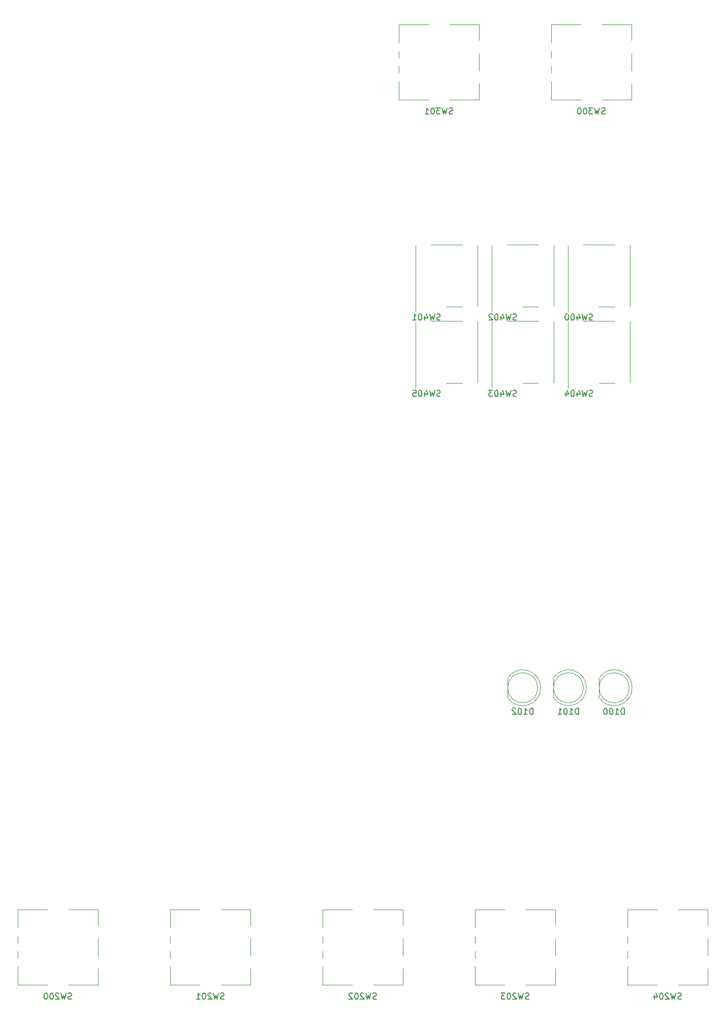
<source format=gbo>
G04 #@! TF.FileFunction,Legend,Bot*
%FSLAX46Y46*%
G04 Gerber Fmt 4.6, Leading zero omitted, Abs format (unit mm)*
G04 Created by KiCad (PCBNEW 4.0.6) date 11/03/19 16:58:40*
%MOMM*%
%LPD*%
G01*
G04 APERTURE LIST*
%ADD10C,0.100000*%
%ADD11C,0.120000*%
%ADD12C,0.150000*%
G04 APERTURE END LIST*
D10*
D11*
X120730000Y-60920000D02*
X120730000Y-50840000D01*
X112920000Y-50720000D02*
X118220000Y-50720000D01*
X118220000Y-61040000D02*
X115570000Y-61040000D01*
X110410000Y-61860000D02*
X110410000Y-50850000D01*
X133800000Y-111759538D02*
G75*
G02X128250000Y-113304830I-2990000J-462D01*
G01*
X133800000Y-111760462D02*
G75*
G03X128250000Y-110215170I-2990000J462D01*
G01*
X133310000Y-111760000D02*
G75*
G03X133310000Y-111760000I-2500000J0D01*
G01*
X128250000Y-113305000D02*
X128250000Y-110215000D01*
X126180000Y-111759538D02*
G75*
G02X120630000Y-113304830I-2990000J-462D01*
G01*
X126180000Y-111760462D02*
G75*
G03X120630000Y-110215170I-2990000J462D01*
G01*
X125690000Y-111760000D02*
G75*
G03X125690000Y-111760000I-2500000J0D01*
G01*
X120630000Y-113305000D02*
X120630000Y-110215000D01*
X118560000Y-111759538D02*
G75*
G02X113010000Y-113304830I-2990000J-462D01*
G01*
X118560000Y-111760462D02*
G75*
G03X113010000Y-110215170I-2990000J462D01*
G01*
X118070000Y-111760000D02*
G75*
G03X118070000Y-111760000I-2500000J0D01*
G01*
X113010000Y-113305000D02*
X113010000Y-110215000D01*
X44800000Y-153540000D02*
X44800000Y-156340000D01*
X31400000Y-154240000D02*
X31400000Y-153140000D01*
X31400000Y-156740000D02*
X31400000Y-155640000D01*
X31400000Y-161190000D02*
X31400000Y-158140000D01*
X31400000Y-148690000D02*
X31400000Y-151740000D01*
X44800000Y-148690000D02*
X44800000Y-151340000D01*
X44800000Y-161190000D02*
X44800000Y-158540000D01*
X39850000Y-161190000D02*
X44800000Y-161190000D01*
X39850000Y-148690000D02*
X44800000Y-148690000D01*
X31400000Y-148690000D02*
X36350000Y-148690000D01*
X31400000Y-161190000D02*
X36350000Y-161190000D01*
X70200000Y-153540000D02*
X70200000Y-156340000D01*
X56800000Y-154240000D02*
X56800000Y-153140000D01*
X56800000Y-156740000D02*
X56800000Y-155640000D01*
X56800000Y-161190000D02*
X56800000Y-158140000D01*
X56800000Y-148690000D02*
X56800000Y-151740000D01*
X70200000Y-148690000D02*
X70200000Y-151340000D01*
X70200000Y-161190000D02*
X70200000Y-158540000D01*
X65250000Y-161190000D02*
X70200000Y-161190000D01*
X65250000Y-148690000D02*
X70200000Y-148690000D01*
X56800000Y-148690000D02*
X61750000Y-148690000D01*
X56800000Y-161190000D02*
X61750000Y-161190000D01*
X95600000Y-153540000D02*
X95600000Y-156340000D01*
X82200000Y-154240000D02*
X82200000Y-153140000D01*
X82200000Y-156740000D02*
X82200000Y-155640000D01*
X82200000Y-161190000D02*
X82200000Y-158140000D01*
X82200000Y-148690000D02*
X82200000Y-151740000D01*
X95600000Y-148690000D02*
X95600000Y-151340000D01*
X95600000Y-161190000D02*
X95600000Y-158540000D01*
X90650000Y-161190000D02*
X95600000Y-161190000D01*
X90650000Y-148690000D02*
X95600000Y-148690000D01*
X82200000Y-148690000D02*
X87150000Y-148690000D01*
X82200000Y-161190000D02*
X87150000Y-161190000D01*
X121000000Y-153540000D02*
X121000000Y-156340000D01*
X107600000Y-154240000D02*
X107600000Y-153140000D01*
X107600000Y-156740000D02*
X107600000Y-155640000D01*
X107600000Y-161190000D02*
X107600000Y-158140000D01*
X107600000Y-148690000D02*
X107600000Y-151740000D01*
X121000000Y-148690000D02*
X121000000Y-151340000D01*
X121000000Y-161190000D02*
X121000000Y-158540000D01*
X116050000Y-161190000D02*
X121000000Y-161190000D01*
X116050000Y-148690000D02*
X121000000Y-148690000D01*
X107600000Y-148690000D02*
X112550000Y-148690000D01*
X107600000Y-161190000D02*
X112550000Y-161190000D01*
X146400000Y-153540000D02*
X146400000Y-156340000D01*
X133000000Y-154240000D02*
X133000000Y-153140000D01*
X133000000Y-156740000D02*
X133000000Y-155640000D01*
X133000000Y-161190000D02*
X133000000Y-158140000D01*
X133000000Y-148690000D02*
X133000000Y-151740000D01*
X146400000Y-148690000D02*
X146400000Y-151340000D01*
X146400000Y-161190000D02*
X146400000Y-158540000D01*
X141450000Y-161190000D02*
X146400000Y-161190000D01*
X141450000Y-148690000D02*
X146400000Y-148690000D01*
X133000000Y-148690000D02*
X137950000Y-148690000D01*
X133000000Y-161190000D02*
X137950000Y-161190000D01*
X133700000Y-6220000D02*
X133700000Y-9020000D01*
X120300000Y-6920000D02*
X120300000Y-5820000D01*
X120300000Y-9420000D02*
X120300000Y-8320000D01*
X120300000Y-13870000D02*
X120300000Y-10820000D01*
X120300000Y-1370000D02*
X120300000Y-4420000D01*
X133700000Y-1370000D02*
X133700000Y-4020000D01*
X133700000Y-13870000D02*
X133700000Y-11220000D01*
X128750000Y-13870000D02*
X133700000Y-13870000D01*
X128750000Y-1370000D02*
X133700000Y-1370000D01*
X120300000Y-1370000D02*
X125250000Y-1370000D01*
X120300000Y-13870000D02*
X125250000Y-13870000D01*
X108300000Y-6220000D02*
X108300000Y-9020000D01*
X94900000Y-6920000D02*
X94900000Y-5820000D01*
X94900000Y-9420000D02*
X94900000Y-8320000D01*
X94900000Y-13870000D02*
X94900000Y-10820000D01*
X94900000Y-1370000D02*
X94900000Y-4420000D01*
X108300000Y-1370000D02*
X108300000Y-4020000D01*
X108300000Y-13870000D02*
X108300000Y-11220000D01*
X103350000Y-13870000D02*
X108300000Y-13870000D01*
X103350000Y-1370000D02*
X108300000Y-1370000D01*
X94900000Y-1370000D02*
X99850000Y-1370000D01*
X94900000Y-13870000D02*
X99850000Y-13870000D01*
X133430000Y-48220000D02*
X133430000Y-38140000D01*
X125620000Y-38020000D02*
X130920000Y-38020000D01*
X130920000Y-48340000D02*
X128270000Y-48340000D01*
X123110000Y-49160000D02*
X123110000Y-38150000D01*
X108030000Y-48220000D02*
X108030000Y-38140000D01*
X100220000Y-38020000D02*
X105520000Y-38020000D01*
X105520000Y-48340000D02*
X102870000Y-48340000D01*
X97710000Y-49160000D02*
X97710000Y-38150000D01*
X120730000Y-48220000D02*
X120730000Y-38140000D01*
X112920000Y-38020000D02*
X118220000Y-38020000D01*
X118220000Y-48340000D02*
X115570000Y-48340000D01*
X110410000Y-49160000D02*
X110410000Y-38150000D01*
X133430000Y-60920000D02*
X133430000Y-50840000D01*
X125620000Y-50720000D02*
X130920000Y-50720000D01*
X130920000Y-61040000D02*
X128270000Y-61040000D01*
X123110000Y-61860000D02*
X123110000Y-50850000D01*
X108030000Y-60920000D02*
X108030000Y-50840000D01*
X100220000Y-50720000D02*
X105520000Y-50720000D01*
X105520000Y-61040000D02*
X102870000Y-61040000D01*
X97710000Y-61860000D02*
X97710000Y-50850000D01*
D12*
X114520714Y-63214762D02*
X114377857Y-63262381D01*
X114139761Y-63262381D01*
X114044523Y-63214762D01*
X113996904Y-63167143D01*
X113949285Y-63071905D01*
X113949285Y-62976667D01*
X113996904Y-62881429D01*
X114044523Y-62833810D01*
X114139761Y-62786190D01*
X114330238Y-62738571D01*
X114425476Y-62690952D01*
X114473095Y-62643333D01*
X114520714Y-62548095D01*
X114520714Y-62452857D01*
X114473095Y-62357619D01*
X114425476Y-62310000D01*
X114330238Y-62262381D01*
X114092142Y-62262381D01*
X113949285Y-62310000D01*
X113615952Y-62262381D02*
X113377857Y-63262381D01*
X113187380Y-62548095D01*
X112996904Y-63262381D01*
X112758809Y-62262381D01*
X111949285Y-62595714D02*
X111949285Y-63262381D01*
X112187381Y-62214762D02*
X112425476Y-62929048D01*
X111806428Y-62929048D01*
X111235000Y-62262381D02*
X111139761Y-62262381D01*
X111044523Y-62310000D01*
X110996904Y-62357619D01*
X110949285Y-62452857D01*
X110901666Y-62643333D01*
X110901666Y-62881429D01*
X110949285Y-63071905D01*
X110996904Y-63167143D01*
X111044523Y-63214762D01*
X111139761Y-63262381D01*
X111235000Y-63262381D01*
X111330238Y-63214762D01*
X111377857Y-63167143D01*
X111425476Y-63071905D01*
X111473095Y-62881429D01*
X111473095Y-62643333D01*
X111425476Y-62452857D01*
X111377857Y-62357619D01*
X111330238Y-62310000D01*
X111235000Y-62262381D01*
X110568333Y-62262381D02*
X109949285Y-62262381D01*
X110282619Y-62643333D01*
X110139761Y-62643333D01*
X110044523Y-62690952D01*
X109996904Y-62738571D01*
X109949285Y-62833810D01*
X109949285Y-63071905D01*
X109996904Y-63167143D01*
X110044523Y-63214762D01*
X110139761Y-63262381D01*
X110425476Y-63262381D01*
X110520714Y-63214762D01*
X110568333Y-63167143D01*
X132500476Y-116172381D02*
X132500476Y-115172381D01*
X132262381Y-115172381D01*
X132119523Y-115220000D01*
X132024285Y-115315238D01*
X131976666Y-115410476D01*
X131929047Y-115600952D01*
X131929047Y-115743810D01*
X131976666Y-115934286D01*
X132024285Y-116029524D01*
X132119523Y-116124762D01*
X132262381Y-116172381D01*
X132500476Y-116172381D01*
X130976666Y-116172381D02*
X131548095Y-116172381D01*
X131262381Y-116172381D02*
X131262381Y-115172381D01*
X131357619Y-115315238D01*
X131452857Y-115410476D01*
X131548095Y-115458095D01*
X130357619Y-115172381D02*
X130262380Y-115172381D01*
X130167142Y-115220000D01*
X130119523Y-115267619D01*
X130071904Y-115362857D01*
X130024285Y-115553333D01*
X130024285Y-115791429D01*
X130071904Y-115981905D01*
X130119523Y-116077143D01*
X130167142Y-116124762D01*
X130262380Y-116172381D01*
X130357619Y-116172381D01*
X130452857Y-116124762D01*
X130500476Y-116077143D01*
X130548095Y-115981905D01*
X130595714Y-115791429D01*
X130595714Y-115553333D01*
X130548095Y-115362857D01*
X130500476Y-115267619D01*
X130452857Y-115220000D01*
X130357619Y-115172381D01*
X129405238Y-115172381D02*
X129309999Y-115172381D01*
X129214761Y-115220000D01*
X129167142Y-115267619D01*
X129119523Y-115362857D01*
X129071904Y-115553333D01*
X129071904Y-115791429D01*
X129119523Y-115981905D01*
X129167142Y-116077143D01*
X129214761Y-116124762D01*
X129309999Y-116172381D01*
X129405238Y-116172381D01*
X129500476Y-116124762D01*
X129548095Y-116077143D01*
X129595714Y-115981905D01*
X129643333Y-115791429D01*
X129643333Y-115553333D01*
X129595714Y-115362857D01*
X129548095Y-115267619D01*
X129500476Y-115220000D01*
X129405238Y-115172381D01*
X124880476Y-116172381D02*
X124880476Y-115172381D01*
X124642381Y-115172381D01*
X124499523Y-115220000D01*
X124404285Y-115315238D01*
X124356666Y-115410476D01*
X124309047Y-115600952D01*
X124309047Y-115743810D01*
X124356666Y-115934286D01*
X124404285Y-116029524D01*
X124499523Y-116124762D01*
X124642381Y-116172381D01*
X124880476Y-116172381D01*
X123356666Y-116172381D02*
X123928095Y-116172381D01*
X123642381Y-116172381D02*
X123642381Y-115172381D01*
X123737619Y-115315238D01*
X123832857Y-115410476D01*
X123928095Y-115458095D01*
X122737619Y-115172381D02*
X122642380Y-115172381D01*
X122547142Y-115220000D01*
X122499523Y-115267619D01*
X122451904Y-115362857D01*
X122404285Y-115553333D01*
X122404285Y-115791429D01*
X122451904Y-115981905D01*
X122499523Y-116077143D01*
X122547142Y-116124762D01*
X122642380Y-116172381D01*
X122737619Y-116172381D01*
X122832857Y-116124762D01*
X122880476Y-116077143D01*
X122928095Y-115981905D01*
X122975714Y-115791429D01*
X122975714Y-115553333D01*
X122928095Y-115362857D01*
X122880476Y-115267619D01*
X122832857Y-115220000D01*
X122737619Y-115172381D01*
X121451904Y-116172381D02*
X122023333Y-116172381D01*
X121737619Y-116172381D02*
X121737619Y-115172381D01*
X121832857Y-115315238D01*
X121928095Y-115410476D01*
X122023333Y-115458095D01*
X117260476Y-116172381D02*
X117260476Y-115172381D01*
X117022381Y-115172381D01*
X116879523Y-115220000D01*
X116784285Y-115315238D01*
X116736666Y-115410476D01*
X116689047Y-115600952D01*
X116689047Y-115743810D01*
X116736666Y-115934286D01*
X116784285Y-116029524D01*
X116879523Y-116124762D01*
X117022381Y-116172381D01*
X117260476Y-116172381D01*
X115736666Y-116172381D02*
X116308095Y-116172381D01*
X116022381Y-116172381D02*
X116022381Y-115172381D01*
X116117619Y-115315238D01*
X116212857Y-115410476D01*
X116308095Y-115458095D01*
X115117619Y-115172381D02*
X115022380Y-115172381D01*
X114927142Y-115220000D01*
X114879523Y-115267619D01*
X114831904Y-115362857D01*
X114784285Y-115553333D01*
X114784285Y-115791429D01*
X114831904Y-115981905D01*
X114879523Y-116077143D01*
X114927142Y-116124762D01*
X115022380Y-116172381D01*
X115117619Y-116172381D01*
X115212857Y-116124762D01*
X115260476Y-116077143D01*
X115308095Y-115981905D01*
X115355714Y-115791429D01*
X115355714Y-115553333D01*
X115308095Y-115362857D01*
X115260476Y-115267619D01*
X115212857Y-115220000D01*
X115117619Y-115172381D01*
X114403333Y-115267619D02*
X114355714Y-115220000D01*
X114260476Y-115172381D01*
X114022380Y-115172381D01*
X113927142Y-115220000D01*
X113879523Y-115267619D01*
X113831904Y-115362857D01*
X113831904Y-115458095D01*
X113879523Y-115600952D01*
X114450952Y-116172381D01*
X113831904Y-116172381D01*
X40385714Y-163544762D02*
X40242857Y-163592381D01*
X40004761Y-163592381D01*
X39909523Y-163544762D01*
X39861904Y-163497143D01*
X39814285Y-163401905D01*
X39814285Y-163306667D01*
X39861904Y-163211429D01*
X39909523Y-163163810D01*
X40004761Y-163116190D01*
X40195238Y-163068571D01*
X40290476Y-163020952D01*
X40338095Y-162973333D01*
X40385714Y-162878095D01*
X40385714Y-162782857D01*
X40338095Y-162687619D01*
X40290476Y-162640000D01*
X40195238Y-162592381D01*
X39957142Y-162592381D01*
X39814285Y-162640000D01*
X39480952Y-162592381D02*
X39242857Y-163592381D01*
X39052380Y-162878095D01*
X38861904Y-163592381D01*
X38623809Y-162592381D01*
X38290476Y-162687619D02*
X38242857Y-162640000D01*
X38147619Y-162592381D01*
X37909523Y-162592381D01*
X37814285Y-162640000D01*
X37766666Y-162687619D01*
X37719047Y-162782857D01*
X37719047Y-162878095D01*
X37766666Y-163020952D01*
X38338095Y-163592381D01*
X37719047Y-163592381D01*
X37100000Y-162592381D02*
X37004761Y-162592381D01*
X36909523Y-162640000D01*
X36861904Y-162687619D01*
X36814285Y-162782857D01*
X36766666Y-162973333D01*
X36766666Y-163211429D01*
X36814285Y-163401905D01*
X36861904Y-163497143D01*
X36909523Y-163544762D01*
X37004761Y-163592381D01*
X37100000Y-163592381D01*
X37195238Y-163544762D01*
X37242857Y-163497143D01*
X37290476Y-163401905D01*
X37338095Y-163211429D01*
X37338095Y-162973333D01*
X37290476Y-162782857D01*
X37242857Y-162687619D01*
X37195238Y-162640000D01*
X37100000Y-162592381D01*
X36147619Y-162592381D02*
X36052380Y-162592381D01*
X35957142Y-162640000D01*
X35909523Y-162687619D01*
X35861904Y-162782857D01*
X35814285Y-162973333D01*
X35814285Y-163211429D01*
X35861904Y-163401905D01*
X35909523Y-163497143D01*
X35957142Y-163544762D01*
X36052380Y-163592381D01*
X36147619Y-163592381D01*
X36242857Y-163544762D01*
X36290476Y-163497143D01*
X36338095Y-163401905D01*
X36385714Y-163211429D01*
X36385714Y-162973333D01*
X36338095Y-162782857D01*
X36290476Y-162687619D01*
X36242857Y-162640000D01*
X36147619Y-162592381D01*
X65785714Y-163544762D02*
X65642857Y-163592381D01*
X65404761Y-163592381D01*
X65309523Y-163544762D01*
X65261904Y-163497143D01*
X65214285Y-163401905D01*
X65214285Y-163306667D01*
X65261904Y-163211429D01*
X65309523Y-163163810D01*
X65404761Y-163116190D01*
X65595238Y-163068571D01*
X65690476Y-163020952D01*
X65738095Y-162973333D01*
X65785714Y-162878095D01*
X65785714Y-162782857D01*
X65738095Y-162687619D01*
X65690476Y-162640000D01*
X65595238Y-162592381D01*
X65357142Y-162592381D01*
X65214285Y-162640000D01*
X64880952Y-162592381D02*
X64642857Y-163592381D01*
X64452380Y-162878095D01*
X64261904Y-163592381D01*
X64023809Y-162592381D01*
X63690476Y-162687619D02*
X63642857Y-162640000D01*
X63547619Y-162592381D01*
X63309523Y-162592381D01*
X63214285Y-162640000D01*
X63166666Y-162687619D01*
X63119047Y-162782857D01*
X63119047Y-162878095D01*
X63166666Y-163020952D01*
X63738095Y-163592381D01*
X63119047Y-163592381D01*
X62500000Y-162592381D02*
X62404761Y-162592381D01*
X62309523Y-162640000D01*
X62261904Y-162687619D01*
X62214285Y-162782857D01*
X62166666Y-162973333D01*
X62166666Y-163211429D01*
X62214285Y-163401905D01*
X62261904Y-163497143D01*
X62309523Y-163544762D01*
X62404761Y-163592381D01*
X62500000Y-163592381D01*
X62595238Y-163544762D01*
X62642857Y-163497143D01*
X62690476Y-163401905D01*
X62738095Y-163211429D01*
X62738095Y-162973333D01*
X62690476Y-162782857D01*
X62642857Y-162687619D01*
X62595238Y-162640000D01*
X62500000Y-162592381D01*
X61214285Y-163592381D02*
X61785714Y-163592381D01*
X61500000Y-163592381D02*
X61500000Y-162592381D01*
X61595238Y-162735238D01*
X61690476Y-162830476D01*
X61785714Y-162878095D01*
X91185714Y-163544762D02*
X91042857Y-163592381D01*
X90804761Y-163592381D01*
X90709523Y-163544762D01*
X90661904Y-163497143D01*
X90614285Y-163401905D01*
X90614285Y-163306667D01*
X90661904Y-163211429D01*
X90709523Y-163163810D01*
X90804761Y-163116190D01*
X90995238Y-163068571D01*
X91090476Y-163020952D01*
X91138095Y-162973333D01*
X91185714Y-162878095D01*
X91185714Y-162782857D01*
X91138095Y-162687619D01*
X91090476Y-162640000D01*
X90995238Y-162592381D01*
X90757142Y-162592381D01*
X90614285Y-162640000D01*
X90280952Y-162592381D02*
X90042857Y-163592381D01*
X89852380Y-162878095D01*
X89661904Y-163592381D01*
X89423809Y-162592381D01*
X89090476Y-162687619D02*
X89042857Y-162640000D01*
X88947619Y-162592381D01*
X88709523Y-162592381D01*
X88614285Y-162640000D01*
X88566666Y-162687619D01*
X88519047Y-162782857D01*
X88519047Y-162878095D01*
X88566666Y-163020952D01*
X89138095Y-163592381D01*
X88519047Y-163592381D01*
X87900000Y-162592381D02*
X87804761Y-162592381D01*
X87709523Y-162640000D01*
X87661904Y-162687619D01*
X87614285Y-162782857D01*
X87566666Y-162973333D01*
X87566666Y-163211429D01*
X87614285Y-163401905D01*
X87661904Y-163497143D01*
X87709523Y-163544762D01*
X87804761Y-163592381D01*
X87900000Y-163592381D01*
X87995238Y-163544762D01*
X88042857Y-163497143D01*
X88090476Y-163401905D01*
X88138095Y-163211429D01*
X88138095Y-162973333D01*
X88090476Y-162782857D01*
X88042857Y-162687619D01*
X87995238Y-162640000D01*
X87900000Y-162592381D01*
X87185714Y-162687619D02*
X87138095Y-162640000D01*
X87042857Y-162592381D01*
X86804761Y-162592381D01*
X86709523Y-162640000D01*
X86661904Y-162687619D01*
X86614285Y-162782857D01*
X86614285Y-162878095D01*
X86661904Y-163020952D01*
X87233333Y-163592381D01*
X86614285Y-163592381D01*
X116585714Y-163544762D02*
X116442857Y-163592381D01*
X116204761Y-163592381D01*
X116109523Y-163544762D01*
X116061904Y-163497143D01*
X116014285Y-163401905D01*
X116014285Y-163306667D01*
X116061904Y-163211429D01*
X116109523Y-163163810D01*
X116204761Y-163116190D01*
X116395238Y-163068571D01*
X116490476Y-163020952D01*
X116538095Y-162973333D01*
X116585714Y-162878095D01*
X116585714Y-162782857D01*
X116538095Y-162687619D01*
X116490476Y-162640000D01*
X116395238Y-162592381D01*
X116157142Y-162592381D01*
X116014285Y-162640000D01*
X115680952Y-162592381D02*
X115442857Y-163592381D01*
X115252380Y-162878095D01*
X115061904Y-163592381D01*
X114823809Y-162592381D01*
X114490476Y-162687619D02*
X114442857Y-162640000D01*
X114347619Y-162592381D01*
X114109523Y-162592381D01*
X114014285Y-162640000D01*
X113966666Y-162687619D01*
X113919047Y-162782857D01*
X113919047Y-162878095D01*
X113966666Y-163020952D01*
X114538095Y-163592381D01*
X113919047Y-163592381D01*
X113300000Y-162592381D02*
X113204761Y-162592381D01*
X113109523Y-162640000D01*
X113061904Y-162687619D01*
X113014285Y-162782857D01*
X112966666Y-162973333D01*
X112966666Y-163211429D01*
X113014285Y-163401905D01*
X113061904Y-163497143D01*
X113109523Y-163544762D01*
X113204761Y-163592381D01*
X113300000Y-163592381D01*
X113395238Y-163544762D01*
X113442857Y-163497143D01*
X113490476Y-163401905D01*
X113538095Y-163211429D01*
X113538095Y-162973333D01*
X113490476Y-162782857D01*
X113442857Y-162687619D01*
X113395238Y-162640000D01*
X113300000Y-162592381D01*
X112633333Y-162592381D02*
X112014285Y-162592381D01*
X112347619Y-162973333D01*
X112204761Y-162973333D01*
X112109523Y-163020952D01*
X112061904Y-163068571D01*
X112014285Y-163163810D01*
X112014285Y-163401905D01*
X112061904Y-163497143D01*
X112109523Y-163544762D01*
X112204761Y-163592381D01*
X112490476Y-163592381D01*
X112585714Y-163544762D01*
X112633333Y-163497143D01*
X141985714Y-163544762D02*
X141842857Y-163592381D01*
X141604761Y-163592381D01*
X141509523Y-163544762D01*
X141461904Y-163497143D01*
X141414285Y-163401905D01*
X141414285Y-163306667D01*
X141461904Y-163211429D01*
X141509523Y-163163810D01*
X141604761Y-163116190D01*
X141795238Y-163068571D01*
X141890476Y-163020952D01*
X141938095Y-162973333D01*
X141985714Y-162878095D01*
X141985714Y-162782857D01*
X141938095Y-162687619D01*
X141890476Y-162640000D01*
X141795238Y-162592381D01*
X141557142Y-162592381D01*
X141414285Y-162640000D01*
X141080952Y-162592381D02*
X140842857Y-163592381D01*
X140652380Y-162878095D01*
X140461904Y-163592381D01*
X140223809Y-162592381D01*
X139890476Y-162687619D02*
X139842857Y-162640000D01*
X139747619Y-162592381D01*
X139509523Y-162592381D01*
X139414285Y-162640000D01*
X139366666Y-162687619D01*
X139319047Y-162782857D01*
X139319047Y-162878095D01*
X139366666Y-163020952D01*
X139938095Y-163592381D01*
X139319047Y-163592381D01*
X138700000Y-162592381D02*
X138604761Y-162592381D01*
X138509523Y-162640000D01*
X138461904Y-162687619D01*
X138414285Y-162782857D01*
X138366666Y-162973333D01*
X138366666Y-163211429D01*
X138414285Y-163401905D01*
X138461904Y-163497143D01*
X138509523Y-163544762D01*
X138604761Y-163592381D01*
X138700000Y-163592381D01*
X138795238Y-163544762D01*
X138842857Y-163497143D01*
X138890476Y-163401905D01*
X138938095Y-163211429D01*
X138938095Y-162973333D01*
X138890476Y-162782857D01*
X138842857Y-162687619D01*
X138795238Y-162640000D01*
X138700000Y-162592381D01*
X137509523Y-162925714D02*
X137509523Y-163592381D01*
X137747619Y-162544762D02*
X137985714Y-163259048D01*
X137366666Y-163259048D01*
X129285714Y-16224762D02*
X129142857Y-16272381D01*
X128904761Y-16272381D01*
X128809523Y-16224762D01*
X128761904Y-16177143D01*
X128714285Y-16081905D01*
X128714285Y-15986667D01*
X128761904Y-15891429D01*
X128809523Y-15843810D01*
X128904761Y-15796190D01*
X129095238Y-15748571D01*
X129190476Y-15700952D01*
X129238095Y-15653333D01*
X129285714Y-15558095D01*
X129285714Y-15462857D01*
X129238095Y-15367619D01*
X129190476Y-15320000D01*
X129095238Y-15272381D01*
X128857142Y-15272381D01*
X128714285Y-15320000D01*
X128380952Y-15272381D02*
X128142857Y-16272381D01*
X127952380Y-15558095D01*
X127761904Y-16272381D01*
X127523809Y-15272381D01*
X127238095Y-15272381D02*
X126619047Y-15272381D01*
X126952381Y-15653333D01*
X126809523Y-15653333D01*
X126714285Y-15700952D01*
X126666666Y-15748571D01*
X126619047Y-15843810D01*
X126619047Y-16081905D01*
X126666666Y-16177143D01*
X126714285Y-16224762D01*
X126809523Y-16272381D01*
X127095238Y-16272381D01*
X127190476Y-16224762D01*
X127238095Y-16177143D01*
X126000000Y-15272381D02*
X125904761Y-15272381D01*
X125809523Y-15320000D01*
X125761904Y-15367619D01*
X125714285Y-15462857D01*
X125666666Y-15653333D01*
X125666666Y-15891429D01*
X125714285Y-16081905D01*
X125761904Y-16177143D01*
X125809523Y-16224762D01*
X125904761Y-16272381D01*
X126000000Y-16272381D01*
X126095238Y-16224762D01*
X126142857Y-16177143D01*
X126190476Y-16081905D01*
X126238095Y-15891429D01*
X126238095Y-15653333D01*
X126190476Y-15462857D01*
X126142857Y-15367619D01*
X126095238Y-15320000D01*
X126000000Y-15272381D01*
X125047619Y-15272381D02*
X124952380Y-15272381D01*
X124857142Y-15320000D01*
X124809523Y-15367619D01*
X124761904Y-15462857D01*
X124714285Y-15653333D01*
X124714285Y-15891429D01*
X124761904Y-16081905D01*
X124809523Y-16177143D01*
X124857142Y-16224762D01*
X124952380Y-16272381D01*
X125047619Y-16272381D01*
X125142857Y-16224762D01*
X125190476Y-16177143D01*
X125238095Y-16081905D01*
X125285714Y-15891429D01*
X125285714Y-15653333D01*
X125238095Y-15462857D01*
X125190476Y-15367619D01*
X125142857Y-15320000D01*
X125047619Y-15272381D01*
X103885714Y-16224762D02*
X103742857Y-16272381D01*
X103504761Y-16272381D01*
X103409523Y-16224762D01*
X103361904Y-16177143D01*
X103314285Y-16081905D01*
X103314285Y-15986667D01*
X103361904Y-15891429D01*
X103409523Y-15843810D01*
X103504761Y-15796190D01*
X103695238Y-15748571D01*
X103790476Y-15700952D01*
X103838095Y-15653333D01*
X103885714Y-15558095D01*
X103885714Y-15462857D01*
X103838095Y-15367619D01*
X103790476Y-15320000D01*
X103695238Y-15272381D01*
X103457142Y-15272381D01*
X103314285Y-15320000D01*
X102980952Y-15272381D02*
X102742857Y-16272381D01*
X102552380Y-15558095D01*
X102361904Y-16272381D01*
X102123809Y-15272381D01*
X101838095Y-15272381D02*
X101219047Y-15272381D01*
X101552381Y-15653333D01*
X101409523Y-15653333D01*
X101314285Y-15700952D01*
X101266666Y-15748571D01*
X101219047Y-15843810D01*
X101219047Y-16081905D01*
X101266666Y-16177143D01*
X101314285Y-16224762D01*
X101409523Y-16272381D01*
X101695238Y-16272381D01*
X101790476Y-16224762D01*
X101838095Y-16177143D01*
X100600000Y-15272381D02*
X100504761Y-15272381D01*
X100409523Y-15320000D01*
X100361904Y-15367619D01*
X100314285Y-15462857D01*
X100266666Y-15653333D01*
X100266666Y-15891429D01*
X100314285Y-16081905D01*
X100361904Y-16177143D01*
X100409523Y-16224762D01*
X100504761Y-16272381D01*
X100600000Y-16272381D01*
X100695238Y-16224762D01*
X100742857Y-16177143D01*
X100790476Y-16081905D01*
X100838095Y-15891429D01*
X100838095Y-15653333D01*
X100790476Y-15462857D01*
X100742857Y-15367619D01*
X100695238Y-15320000D01*
X100600000Y-15272381D01*
X99314285Y-16272381D02*
X99885714Y-16272381D01*
X99600000Y-16272381D02*
X99600000Y-15272381D01*
X99695238Y-15415238D01*
X99790476Y-15510476D01*
X99885714Y-15558095D01*
X127220714Y-50514762D02*
X127077857Y-50562381D01*
X126839761Y-50562381D01*
X126744523Y-50514762D01*
X126696904Y-50467143D01*
X126649285Y-50371905D01*
X126649285Y-50276667D01*
X126696904Y-50181429D01*
X126744523Y-50133810D01*
X126839761Y-50086190D01*
X127030238Y-50038571D01*
X127125476Y-49990952D01*
X127173095Y-49943333D01*
X127220714Y-49848095D01*
X127220714Y-49752857D01*
X127173095Y-49657619D01*
X127125476Y-49610000D01*
X127030238Y-49562381D01*
X126792142Y-49562381D01*
X126649285Y-49610000D01*
X126315952Y-49562381D02*
X126077857Y-50562381D01*
X125887380Y-49848095D01*
X125696904Y-50562381D01*
X125458809Y-49562381D01*
X124649285Y-49895714D02*
X124649285Y-50562381D01*
X124887381Y-49514762D02*
X125125476Y-50229048D01*
X124506428Y-50229048D01*
X123935000Y-49562381D02*
X123839761Y-49562381D01*
X123744523Y-49610000D01*
X123696904Y-49657619D01*
X123649285Y-49752857D01*
X123601666Y-49943333D01*
X123601666Y-50181429D01*
X123649285Y-50371905D01*
X123696904Y-50467143D01*
X123744523Y-50514762D01*
X123839761Y-50562381D01*
X123935000Y-50562381D01*
X124030238Y-50514762D01*
X124077857Y-50467143D01*
X124125476Y-50371905D01*
X124173095Y-50181429D01*
X124173095Y-49943333D01*
X124125476Y-49752857D01*
X124077857Y-49657619D01*
X124030238Y-49610000D01*
X123935000Y-49562381D01*
X122982619Y-49562381D02*
X122887380Y-49562381D01*
X122792142Y-49610000D01*
X122744523Y-49657619D01*
X122696904Y-49752857D01*
X122649285Y-49943333D01*
X122649285Y-50181429D01*
X122696904Y-50371905D01*
X122744523Y-50467143D01*
X122792142Y-50514762D01*
X122887380Y-50562381D01*
X122982619Y-50562381D01*
X123077857Y-50514762D01*
X123125476Y-50467143D01*
X123173095Y-50371905D01*
X123220714Y-50181429D01*
X123220714Y-49943333D01*
X123173095Y-49752857D01*
X123125476Y-49657619D01*
X123077857Y-49610000D01*
X122982619Y-49562381D01*
X101820714Y-50514762D02*
X101677857Y-50562381D01*
X101439761Y-50562381D01*
X101344523Y-50514762D01*
X101296904Y-50467143D01*
X101249285Y-50371905D01*
X101249285Y-50276667D01*
X101296904Y-50181429D01*
X101344523Y-50133810D01*
X101439761Y-50086190D01*
X101630238Y-50038571D01*
X101725476Y-49990952D01*
X101773095Y-49943333D01*
X101820714Y-49848095D01*
X101820714Y-49752857D01*
X101773095Y-49657619D01*
X101725476Y-49610000D01*
X101630238Y-49562381D01*
X101392142Y-49562381D01*
X101249285Y-49610000D01*
X100915952Y-49562381D02*
X100677857Y-50562381D01*
X100487380Y-49848095D01*
X100296904Y-50562381D01*
X100058809Y-49562381D01*
X99249285Y-49895714D02*
X99249285Y-50562381D01*
X99487381Y-49514762D02*
X99725476Y-50229048D01*
X99106428Y-50229048D01*
X98535000Y-49562381D02*
X98439761Y-49562381D01*
X98344523Y-49610000D01*
X98296904Y-49657619D01*
X98249285Y-49752857D01*
X98201666Y-49943333D01*
X98201666Y-50181429D01*
X98249285Y-50371905D01*
X98296904Y-50467143D01*
X98344523Y-50514762D01*
X98439761Y-50562381D01*
X98535000Y-50562381D01*
X98630238Y-50514762D01*
X98677857Y-50467143D01*
X98725476Y-50371905D01*
X98773095Y-50181429D01*
X98773095Y-49943333D01*
X98725476Y-49752857D01*
X98677857Y-49657619D01*
X98630238Y-49610000D01*
X98535000Y-49562381D01*
X97249285Y-50562381D02*
X97820714Y-50562381D01*
X97535000Y-50562381D02*
X97535000Y-49562381D01*
X97630238Y-49705238D01*
X97725476Y-49800476D01*
X97820714Y-49848095D01*
X114520714Y-50514762D02*
X114377857Y-50562381D01*
X114139761Y-50562381D01*
X114044523Y-50514762D01*
X113996904Y-50467143D01*
X113949285Y-50371905D01*
X113949285Y-50276667D01*
X113996904Y-50181429D01*
X114044523Y-50133810D01*
X114139761Y-50086190D01*
X114330238Y-50038571D01*
X114425476Y-49990952D01*
X114473095Y-49943333D01*
X114520714Y-49848095D01*
X114520714Y-49752857D01*
X114473095Y-49657619D01*
X114425476Y-49610000D01*
X114330238Y-49562381D01*
X114092142Y-49562381D01*
X113949285Y-49610000D01*
X113615952Y-49562381D02*
X113377857Y-50562381D01*
X113187380Y-49848095D01*
X112996904Y-50562381D01*
X112758809Y-49562381D01*
X111949285Y-49895714D02*
X111949285Y-50562381D01*
X112187381Y-49514762D02*
X112425476Y-50229048D01*
X111806428Y-50229048D01*
X111235000Y-49562381D02*
X111139761Y-49562381D01*
X111044523Y-49610000D01*
X110996904Y-49657619D01*
X110949285Y-49752857D01*
X110901666Y-49943333D01*
X110901666Y-50181429D01*
X110949285Y-50371905D01*
X110996904Y-50467143D01*
X111044523Y-50514762D01*
X111139761Y-50562381D01*
X111235000Y-50562381D01*
X111330238Y-50514762D01*
X111377857Y-50467143D01*
X111425476Y-50371905D01*
X111473095Y-50181429D01*
X111473095Y-49943333D01*
X111425476Y-49752857D01*
X111377857Y-49657619D01*
X111330238Y-49610000D01*
X111235000Y-49562381D01*
X110520714Y-49657619D02*
X110473095Y-49610000D01*
X110377857Y-49562381D01*
X110139761Y-49562381D01*
X110044523Y-49610000D01*
X109996904Y-49657619D01*
X109949285Y-49752857D01*
X109949285Y-49848095D01*
X109996904Y-49990952D01*
X110568333Y-50562381D01*
X109949285Y-50562381D01*
X127220714Y-63214762D02*
X127077857Y-63262381D01*
X126839761Y-63262381D01*
X126744523Y-63214762D01*
X126696904Y-63167143D01*
X126649285Y-63071905D01*
X126649285Y-62976667D01*
X126696904Y-62881429D01*
X126744523Y-62833810D01*
X126839761Y-62786190D01*
X127030238Y-62738571D01*
X127125476Y-62690952D01*
X127173095Y-62643333D01*
X127220714Y-62548095D01*
X127220714Y-62452857D01*
X127173095Y-62357619D01*
X127125476Y-62310000D01*
X127030238Y-62262381D01*
X126792142Y-62262381D01*
X126649285Y-62310000D01*
X126315952Y-62262381D02*
X126077857Y-63262381D01*
X125887380Y-62548095D01*
X125696904Y-63262381D01*
X125458809Y-62262381D01*
X124649285Y-62595714D02*
X124649285Y-63262381D01*
X124887381Y-62214762D02*
X125125476Y-62929048D01*
X124506428Y-62929048D01*
X123935000Y-62262381D02*
X123839761Y-62262381D01*
X123744523Y-62310000D01*
X123696904Y-62357619D01*
X123649285Y-62452857D01*
X123601666Y-62643333D01*
X123601666Y-62881429D01*
X123649285Y-63071905D01*
X123696904Y-63167143D01*
X123744523Y-63214762D01*
X123839761Y-63262381D01*
X123935000Y-63262381D01*
X124030238Y-63214762D01*
X124077857Y-63167143D01*
X124125476Y-63071905D01*
X124173095Y-62881429D01*
X124173095Y-62643333D01*
X124125476Y-62452857D01*
X124077857Y-62357619D01*
X124030238Y-62310000D01*
X123935000Y-62262381D01*
X122744523Y-62595714D02*
X122744523Y-63262381D01*
X122982619Y-62214762D02*
X123220714Y-62929048D01*
X122601666Y-62929048D01*
X101820714Y-63214762D02*
X101677857Y-63262381D01*
X101439761Y-63262381D01*
X101344523Y-63214762D01*
X101296904Y-63167143D01*
X101249285Y-63071905D01*
X101249285Y-62976667D01*
X101296904Y-62881429D01*
X101344523Y-62833810D01*
X101439761Y-62786190D01*
X101630238Y-62738571D01*
X101725476Y-62690952D01*
X101773095Y-62643333D01*
X101820714Y-62548095D01*
X101820714Y-62452857D01*
X101773095Y-62357619D01*
X101725476Y-62310000D01*
X101630238Y-62262381D01*
X101392142Y-62262381D01*
X101249285Y-62310000D01*
X100915952Y-62262381D02*
X100677857Y-63262381D01*
X100487380Y-62548095D01*
X100296904Y-63262381D01*
X100058809Y-62262381D01*
X99249285Y-62595714D02*
X99249285Y-63262381D01*
X99487381Y-62214762D02*
X99725476Y-62929048D01*
X99106428Y-62929048D01*
X98535000Y-62262381D02*
X98439761Y-62262381D01*
X98344523Y-62310000D01*
X98296904Y-62357619D01*
X98249285Y-62452857D01*
X98201666Y-62643333D01*
X98201666Y-62881429D01*
X98249285Y-63071905D01*
X98296904Y-63167143D01*
X98344523Y-63214762D01*
X98439761Y-63262381D01*
X98535000Y-63262381D01*
X98630238Y-63214762D01*
X98677857Y-63167143D01*
X98725476Y-63071905D01*
X98773095Y-62881429D01*
X98773095Y-62643333D01*
X98725476Y-62452857D01*
X98677857Y-62357619D01*
X98630238Y-62310000D01*
X98535000Y-62262381D01*
X97296904Y-62262381D02*
X97773095Y-62262381D01*
X97820714Y-62738571D01*
X97773095Y-62690952D01*
X97677857Y-62643333D01*
X97439761Y-62643333D01*
X97344523Y-62690952D01*
X97296904Y-62738571D01*
X97249285Y-62833810D01*
X97249285Y-63071905D01*
X97296904Y-63167143D01*
X97344523Y-63214762D01*
X97439761Y-63262381D01*
X97677857Y-63262381D01*
X97773095Y-63214762D01*
X97820714Y-63167143D01*
M02*

</source>
